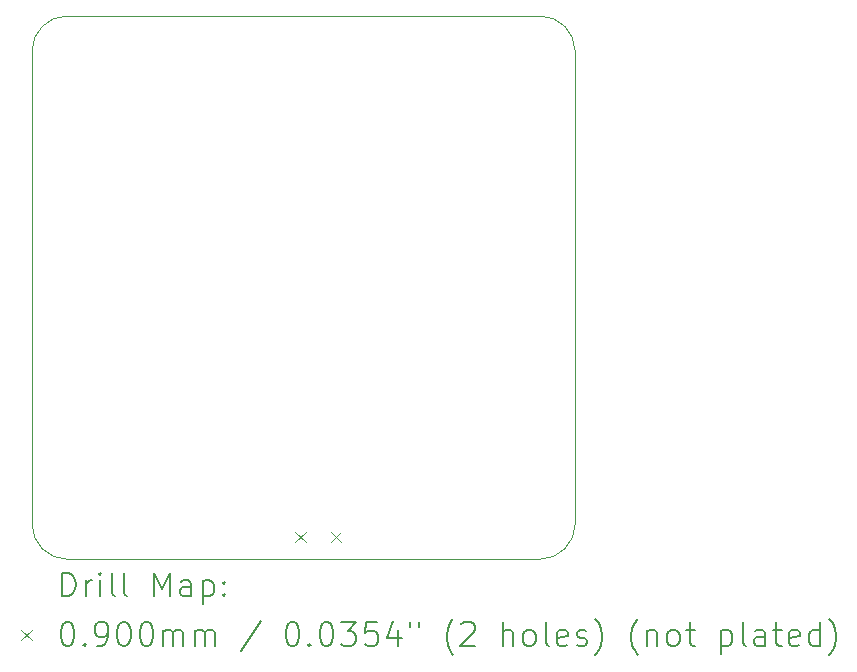
<source format=gbr>
%FSLAX45Y45*%
G04 Gerber Fmt 4.5, Leading zero omitted, Abs format (unit mm)*
G04 Created by KiCad (PCBNEW (6.0.6)) date 2022-07-17 19:59:00*
%MOMM*%
%LPD*%
G01*
G04 APERTURE LIST*
%TA.AperFunction,Profile*%
%ADD10C,0.050000*%
%TD*%
%ADD11C,0.200000*%
%ADD12C,0.090000*%
G04 APERTURE END LIST*
D10*
X17300000Y-8600000D02*
X13300000Y-8600000D01*
X13300000Y-8600000D02*
G75*
G03*
X13000000Y-8900000I0J-300000D01*
G01*
X17600000Y-8900000D02*
G75*
G03*
X17300000Y-8600000I-300000J0D01*
G01*
X17600000Y-8900000D02*
X17600000Y-12900000D01*
X13000000Y-8900000D02*
X13000000Y-12900000D01*
X17300000Y-13200000D02*
G75*
G03*
X17600000Y-12900000I0J300000D01*
G01*
X13000000Y-12900000D02*
G75*
G03*
X13300000Y-13200000I300000J0D01*
G01*
X13300000Y-13200000D02*
X17300000Y-13200000D01*
D11*
D12*
X15231000Y-12968000D02*
X15321000Y-13058000D01*
X15321000Y-12968000D02*
X15231000Y-13058000D01*
X15531000Y-12968000D02*
X15621000Y-13058000D01*
X15621000Y-12968000D02*
X15531000Y-13058000D01*
D11*
X13255119Y-13512976D02*
X13255119Y-13312976D01*
X13302738Y-13312976D01*
X13331309Y-13322500D01*
X13350357Y-13341548D01*
X13359881Y-13360595D01*
X13369405Y-13398690D01*
X13369405Y-13427262D01*
X13359881Y-13465357D01*
X13350357Y-13484405D01*
X13331309Y-13503452D01*
X13302738Y-13512976D01*
X13255119Y-13512976D01*
X13455119Y-13512976D02*
X13455119Y-13379643D01*
X13455119Y-13417738D02*
X13464643Y-13398690D01*
X13474167Y-13389167D01*
X13493214Y-13379643D01*
X13512262Y-13379643D01*
X13578928Y-13512976D02*
X13578928Y-13379643D01*
X13578928Y-13312976D02*
X13569405Y-13322500D01*
X13578928Y-13332024D01*
X13588452Y-13322500D01*
X13578928Y-13312976D01*
X13578928Y-13332024D01*
X13702738Y-13512976D02*
X13683690Y-13503452D01*
X13674167Y-13484405D01*
X13674167Y-13312976D01*
X13807500Y-13512976D02*
X13788452Y-13503452D01*
X13778928Y-13484405D01*
X13778928Y-13312976D01*
X14036071Y-13512976D02*
X14036071Y-13312976D01*
X14102738Y-13455833D01*
X14169405Y-13312976D01*
X14169405Y-13512976D01*
X14350357Y-13512976D02*
X14350357Y-13408214D01*
X14340833Y-13389167D01*
X14321786Y-13379643D01*
X14283690Y-13379643D01*
X14264643Y-13389167D01*
X14350357Y-13503452D02*
X14331309Y-13512976D01*
X14283690Y-13512976D01*
X14264643Y-13503452D01*
X14255119Y-13484405D01*
X14255119Y-13465357D01*
X14264643Y-13446309D01*
X14283690Y-13436786D01*
X14331309Y-13436786D01*
X14350357Y-13427262D01*
X14445595Y-13379643D02*
X14445595Y-13579643D01*
X14445595Y-13389167D02*
X14464643Y-13379643D01*
X14502738Y-13379643D01*
X14521786Y-13389167D01*
X14531309Y-13398690D01*
X14540833Y-13417738D01*
X14540833Y-13474881D01*
X14531309Y-13493928D01*
X14521786Y-13503452D01*
X14502738Y-13512976D01*
X14464643Y-13512976D01*
X14445595Y-13503452D01*
X14626548Y-13493928D02*
X14636071Y-13503452D01*
X14626548Y-13512976D01*
X14617024Y-13503452D01*
X14626548Y-13493928D01*
X14626548Y-13512976D01*
X14626548Y-13389167D02*
X14636071Y-13398690D01*
X14626548Y-13408214D01*
X14617024Y-13398690D01*
X14626548Y-13389167D01*
X14626548Y-13408214D01*
D12*
X12907500Y-13797500D02*
X12997500Y-13887500D01*
X12997500Y-13797500D02*
X12907500Y-13887500D01*
D11*
X13293214Y-13732976D02*
X13312262Y-13732976D01*
X13331309Y-13742500D01*
X13340833Y-13752024D01*
X13350357Y-13771071D01*
X13359881Y-13809167D01*
X13359881Y-13856786D01*
X13350357Y-13894881D01*
X13340833Y-13913928D01*
X13331309Y-13923452D01*
X13312262Y-13932976D01*
X13293214Y-13932976D01*
X13274167Y-13923452D01*
X13264643Y-13913928D01*
X13255119Y-13894881D01*
X13245595Y-13856786D01*
X13245595Y-13809167D01*
X13255119Y-13771071D01*
X13264643Y-13752024D01*
X13274167Y-13742500D01*
X13293214Y-13732976D01*
X13445595Y-13913928D02*
X13455119Y-13923452D01*
X13445595Y-13932976D01*
X13436071Y-13923452D01*
X13445595Y-13913928D01*
X13445595Y-13932976D01*
X13550357Y-13932976D02*
X13588452Y-13932976D01*
X13607500Y-13923452D01*
X13617024Y-13913928D01*
X13636071Y-13885357D01*
X13645595Y-13847262D01*
X13645595Y-13771071D01*
X13636071Y-13752024D01*
X13626548Y-13742500D01*
X13607500Y-13732976D01*
X13569405Y-13732976D01*
X13550357Y-13742500D01*
X13540833Y-13752024D01*
X13531309Y-13771071D01*
X13531309Y-13818690D01*
X13540833Y-13837738D01*
X13550357Y-13847262D01*
X13569405Y-13856786D01*
X13607500Y-13856786D01*
X13626548Y-13847262D01*
X13636071Y-13837738D01*
X13645595Y-13818690D01*
X13769405Y-13732976D02*
X13788452Y-13732976D01*
X13807500Y-13742500D01*
X13817024Y-13752024D01*
X13826548Y-13771071D01*
X13836071Y-13809167D01*
X13836071Y-13856786D01*
X13826548Y-13894881D01*
X13817024Y-13913928D01*
X13807500Y-13923452D01*
X13788452Y-13932976D01*
X13769405Y-13932976D01*
X13750357Y-13923452D01*
X13740833Y-13913928D01*
X13731309Y-13894881D01*
X13721786Y-13856786D01*
X13721786Y-13809167D01*
X13731309Y-13771071D01*
X13740833Y-13752024D01*
X13750357Y-13742500D01*
X13769405Y-13732976D01*
X13959881Y-13732976D02*
X13978928Y-13732976D01*
X13997976Y-13742500D01*
X14007500Y-13752024D01*
X14017024Y-13771071D01*
X14026548Y-13809167D01*
X14026548Y-13856786D01*
X14017024Y-13894881D01*
X14007500Y-13913928D01*
X13997976Y-13923452D01*
X13978928Y-13932976D01*
X13959881Y-13932976D01*
X13940833Y-13923452D01*
X13931309Y-13913928D01*
X13921786Y-13894881D01*
X13912262Y-13856786D01*
X13912262Y-13809167D01*
X13921786Y-13771071D01*
X13931309Y-13752024D01*
X13940833Y-13742500D01*
X13959881Y-13732976D01*
X14112262Y-13932976D02*
X14112262Y-13799643D01*
X14112262Y-13818690D02*
X14121786Y-13809167D01*
X14140833Y-13799643D01*
X14169405Y-13799643D01*
X14188452Y-13809167D01*
X14197976Y-13828214D01*
X14197976Y-13932976D01*
X14197976Y-13828214D02*
X14207500Y-13809167D01*
X14226548Y-13799643D01*
X14255119Y-13799643D01*
X14274167Y-13809167D01*
X14283690Y-13828214D01*
X14283690Y-13932976D01*
X14378928Y-13932976D02*
X14378928Y-13799643D01*
X14378928Y-13818690D02*
X14388452Y-13809167D01*
X14407500Y-13799643D01*
X14436071Y-13799643D01*
X14455119Y-13809167D01*
X14464643Y-13828214D01*
X14464643Y-13932976D01*
X14464643Y-13828214D02*
X14474167Y-13809167D01*
X14493214Y-13799643D01*
X14521786Y-13799643D01*
X14540833Y-13809167D01*
X14550357Y-13828214D01*
X14550357Y-13932976D01*
X14940833Y-13723452D02*
X14769405Y-13980595D01*
X15197976Y-13732976D02*
X15217024Y-13732976D01*
X15236071Y-13742500D01*
X15245595Y-13752024D01*
X15255119Y-13771071D01*
X15264643Y-13809167D01*
X15264643Y-13856786D01*
X15255119Y-13894881D01*
X15245595Y-13913928D01*
X15236071Y-13923452D01*
X15217024Y-13932976D01*
X15197976Y-13932976D01*
X15178928Y-13923452D01*
X15169405Y-13913928D01*
X15159881Y-13894881D01*
X15150357Y-13856786D01*
X15150357Y-13809167D01*
X15159881Y-13771071D01*
X15169405Y-13752024D01*
X15178928Y-13742500D01*
X15197976Y-13732976D01*
X15350357Y-13913928D02*
X15359881Y-13923452D01*
X15350357Y-13932976D01*
X15340833Y-13923452D01*
X15350357Y-13913928D01*
X15350357Y-13932976D01*
X15483690Y-13732976D02*
X15502738Y-13732976D01*
X15521786Y-13742500D01*
X15531309Y-13752024D01*
X15540833Y-13771071D01*
X15550357Y-13809167D01*
X15550357Y-13856786D01*
X15540833Y-13894881D01*
X15531309Y-13913928D01*
X15521786Y-13923452D01*
X15502738Y-13932976D01*
X15483690Y-13932976D01*
X15464643Y-13923452D01*
X15455119Y-13913928D01*
X15445595Y-13894881D01*
X15436071Y-13856786D01*
X15436071Y-13809167D01*
X15445595Y-13771071D01*
X15455119Y-13752024D01*
X15464643Y-13742500D01*
X15483690Y-13732976D01*
X15617024Y-13732976D02*
X15740833Y-13732976D01*
X15674167Y-13809167D01*
X15702738Y-13809167D01*
X15721786Y-13818690D01*
X15731309Y-13828214D01*
X15740833Y-13847262D01*
X15740833Y-13894881D01*
X15731309Y-13913928D01*
X15721786Y-13923452D01*
X15702738Y-13932976D01*
X15645595Y-13932976D01*
X15626548Y-13923452D01*
X15617024Y-13913928D01*
X15921786Y-13732976D02*
X15826548Y-13732976D01*
X15817024Y-13828214D01*
X15826548Y-13818690D01*
X15845595Y-13809167D01*
X15893214Y-13809167D01*
X15912262Y-13818690D01*
X15921786Y-13828214D01*
X15931309Y-13847262D01*
X15931309Y-13894881D01*
X15921786Y-13913928D01*
X15912262Y-13923452D01*
X15893214Y-13932976D01*
X15845595Y-13932976D01*
X15826548Y-13923452D01*
X15817024Y-13913928D01*
X16102738Y-13799643D02*
X16102738Y-13932976D01*
X16055119Y-13723452D02*
X16007500Y-13866309D01*
X16131309Y-13866309D01*
X16197976Y-13732976D02*
X16197976Y-13771071D01*
X16274167Y-13732976D02*
X16274167Y-13771071D01*
X16569405Y-14009167D02*
X16559881Y-13999643D01*
X16540833Y-13971071D01*
X16531309Y-13952024D01*
X16521786Y-13923452D01*
X16512262Y-13875833D01*
X16512262Y-13837738D01*
X16521786Y-13790119D01*
X16531309Y-13761548D01*
X16540833Y-13742500D01*
X16559881Y-13713928D01*
X16569405Y-13704405D01*
X16636071Y-13752024D02*
X16645595Y-13742500D01*
X16664643Y-13732976D01*
X16712262Y-13732976D01*
X16731309Y-13742500D01*
X16740833Y-13752024D01*
X16750357Y-13771071D01*
X16750357Y-13790119D01*
X16740833Y-13818690D01*
X16626548Y-13932976D01*
X16750357Y-13932976D01*
X16988452Y-13932976D02*
X16988452Y-13732976D01*
X17074167Y-13932976D02*
X17074167Y-13828214D01*
X17064643Y-13809167D01*
X17045595Y-13799643D01*
X17017024Y-13799643D01*
X16997976Y-13809167D01*
X16988452Y-13818690D01*
X17197976Y-13932976D02*
X17178929Y-13923452D01*
X17169405Y-13913928D01*
X17159881Y-13894881D01*
X17159881Y-13837738D01*
X17169405Y-13818690D01*
X17178929Y-13809167D01*
X17197976Y-13799643D01*
X17226548Y-13799643D01*
X17245595Y-13809167D01*
X17255119Y-13818690D01*
X17264643Y-13837738D01*
X17264643Y-13894881D01*
X17255119Y-13913928D01*
X17245595Y-13923452D01*
X17226548Y-13932976D01*
X17197976Y-13932976D01*
X17378929Y-13932976D02*
X17359881Y-13923452D01*
X17350357Y-13904405D01*
X17350357Y-13732976D01*
X17531310Y-13923452D02*
X17512262Y-13932976D01*
X17474167Y-13932976D01*
X17455119Y-13923452D01*
X17445595Y-13904405D01*
X17445595Y-13828214D01*
X17455119Y-13809167D01*
X17474167Y-13799643D01*
X17512262Y-13799643D01*
X17531310Y-13809167D01*
X17540833Y-13828214D01*
X17540833Y-13847262D01*
X17445595Y-13866309D01*
X17617024Y-13923452D02*
X17636071Y-13932976D01*
X17674167Y-13932976D01*
X17693214Y-13923452D01*
X17702738Y-13904405D01*
X17702738Y-13894881D01*
X17693214Y-13875833D01*
X17674167Y-13866309D01*
X17645595Y-13866309D01*
X17626548Y-13856786D01*
X17617024Y-13837738D01*
X17617024Y-13828214D01*
X17626548Y-13809167D01*
X17645595Y-13799643D01*
X17674167Y-13799643D01*
X17693214Y-13809167D01*
X17769405Y-14009167D02*
X17778929Y-13999643D01*
X17797976Y-13971071D01*
X17807500Y-13952024D01*
X17817024Y-13923452D01*
X17826548Y-13875833D01*
X17826548Y-13837738D01*
X17817024Y-13790119D01*
X17807500Y-13761548D01*
X17797976Y-13742500D01*
X17778929Y-13713928D01*
X17769405Y-13704405D01*
X18131310Y-14009167D02*
X18121786Y-13999643D01*
X18102738Y-13971071D01*
X18093214Y-13952024D01*
X18083690Y-13923452D01*
X18074167Y-13875833D01*
X18074167Y-13837738D01*
X18083690Y-13790119D01*
X18093214Y-13761548D01*
X18102738Y-13742500D01*
X18121786Y-13713928D01*
X18131310Y-13704405D01*
X18207500Y-13799643D02*
X18207500Y-13932976D01*
X18207500Y-13818690D02*
X18217024Y-13809167D01*
X18236071Y-13799643D01*
X18264643Y-13799643D01*
X18283690Y-13809167D01*
X18293214Y-13828214D01*
X18293214Y-13932976D01*
X18417024Y-13932976D02*
X18397976Y-13923452D01*
X18388452Y-13913928D01*
X18378929Y-13894881D01*
X18378929Y-13837738D01*
X18388452Y-13818690D01*
X18397976Y-13809167D01*
X18417024Y-13799643D01*
X18445595Y-13799643D01*
X18464643Y-13809167D01*
X18474167Y-13818690D01*
X18483690Y-13837738D01*
X18483690Y-13894881D01*
X18474167Y-13913928D01*
X18464643Y-13923452D01*
X18445595Y-13932976D01*
X18417024Y-13932976D01*
X18540833Y-13799643D02*
X18617024Y-13799643D01*
X18569405Y-13732976D02*
X18569405Y-13904405D01*
X18578929Y-13923452D01*
X18597976Y-13932976D01*
X18617024Y-13932976D01*
X18836071Y-13799643D02*
X18836071Y-13999643D01*
X18836071Y-13809167D02*
X18855119Y-13799643D01*
X18893214Y-13799643D01*
X18912262Y-13809167D01*
X18921786Y-13818690D01*
X18931310Y-13837738D01*
X18931310Y-13894881D01*
X18921786Y-13913928D01*
X18912262Y-13923452D01*
X18893214Y-13932976D01*
X18855119Y-13932976D01*
X18836071Y-13923452D01*
X19045595Y-13932976D02*
X19026548Y-13923452D01*
X19017024Y-13904405D01*
X19017024Y-13732976D01*
X19207500Y-13932976D02*
X19207500Y-13828214D01*
X19197976Y-13809167D01*
X19178929Y-13799643D01*
X19140833Y-13799643D01*
X19121786Y-13809167D01*
X19207500Y-13923452D02*
X19188452Y-13932976D01*
X19140833Y-13932976D01*
X19121786Y-13923452D01*
X19112262Y-13904405D01*
X19112262Y-13885357D01*
X19121786Y-13866309D01*
X19140833Y-13856786D01*
X19188452Y-13856786D01*
X19207500Y-13847262D01*
X19274167Y-13799643D02*
X19350357Y-13799643D01*
X19302738Y-13732976D02*
X19302738Y-13904405D01*
X19312262Y-13923452D01*
X19331310Y-13932976D01*
X19350357Y-13932976D01*
X19493214Y-13923452D02*
X19474167Y-13932976D01*
X19436071Y-13932976D01*
X19417024Y-13923452D01*
X19407500Y-13904405D01*
X19407500Y-13828214D01*
X19417024Y-13809167D01*
X19436071Y-13799643D01*
X19474167Y-13799643D01*
X19493214Y-13809167D01*
X19502738Y-13828214D01*
X19502738Y-13847262D01*
X19407500Y-13866309D01*
X19674167Y-13932976D02*
X19674167Y-13732976D01*
X19674167Y-13923452D02*
X19655119Y-13932976D01*
X19617024Y-13932976D01*
X19597976Y-13923452D01*
X19588452Y-13913928D01*
X19578929Y-13894881D01*
X19578929Y-13837738D01*
X19588452Y-13818690D01*
X19597976Y-13809167D01*
X19617024Y-13799643D01*
X19655119Y-13799643D01*
X19674167Y-13809167D01*
X19750357Y-14009167D02*
X19759881Y-13999643D01*
X19778929Y-13971071D01*
X19788452Y-13952024D01*
X19797976Y-13923452D01*
X19807500Y-13875833D01*
X19807500Y-13837738D01*
X19797976Y-13790119D01*
X19788452Y-13761548D01*
X19778929Y-13742500D01*
X19759881Y-13713928D01*
X19750357Y-13704405D01*
M02*

</source>
